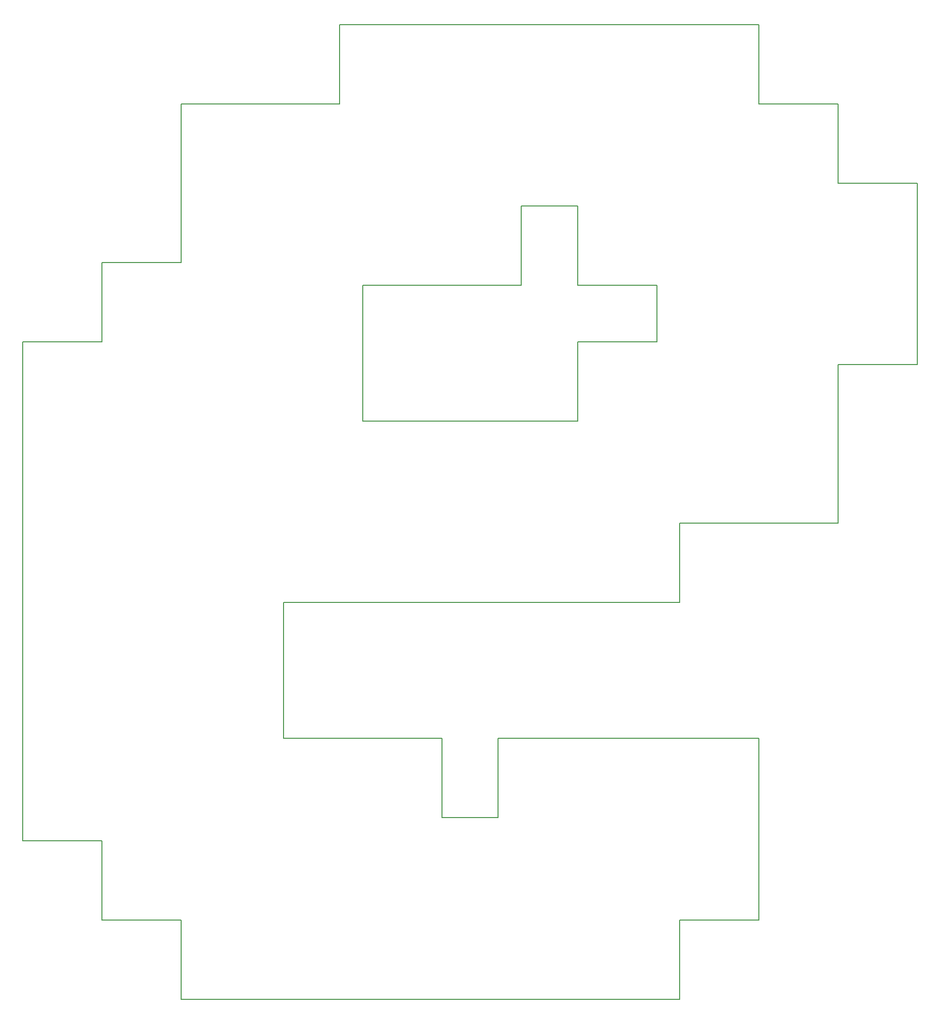
<source format=gbr>
G04 #@! TF.FileFunction,Profile,NP*
%FSLAX46Y46*%
G04 Gerber Fmt 4.6, Leading zero omitted, Abs format (unit mm)*
G04 Created by KiCad (PCBNEW 4.0.6) date Mon Jul 10 19:20:19 2017*
%MOMM*%
%LPD*%
G01*
G04 APERTURE LIST*
%ADD10C,0.100000*%
%ADD11C,0.150000*%
G04 APERTURE END LIST*
D10*
D11*
X83037800Y-48072200D02*
X85037800Y-48072200D01*
X83037800Y-48072200D02*
X83037800Y-50072200D01*
X87037800Y-48072200D02*
X96926700Y-48072200D01*
X96926700Y-48072200D02*
X98926700Y-48072200D01*
X85037800Y-48072200D02*
X87037800Y-48072200D01*
X100926700Y-48072200D02*
X110815600Y-48072200D01*
X110815600Y-48072200D02*
X112815600Y-48072200D01*
X98926700Y-48072200D02*
X100926700Y-48072200D01*
X114815600Y-48072200D02*
X124704400Y-48072200D01*
X124704400Y-48072200D02*
X126704400Y-48072200D01*
X112815600Y-48072200D02*
X114815600Y-48072200D01*
X128704400Y-48072200D02*
X138593300Y-48072200D01*
X138593300Y-48072200D02*
X140593300Y-48072200D01*
X126704400Y-48072200D02*
X128704400Y-48072200D01*
X142593300Y-48072200D02*
X152482200Y-48072200D01*
X152482200Y-48072200D02*
X154482200Y-48072200D01*
X140593300Y-48072200D02*
X142593300Y-48072200D01*
X156482200Y-48072200D02*
X156482200Y-50072200D01*
X154482200Y-48072200D02*
X156482200Y-48072200D01*
X55260000Y-61961100D02*
X57260000Y-61961100D01*
X55260000Y-61961100D02*
X55260000Y-63961100D01*
X59260000Y-61961100D02*
X69148900Y-61961100D01*
X69148900Y-61961100D02*
X71148900Y-61961100D01*
X57260000Y-61961100D02*
X59260000Y-61961100D01*
X83037800Y-50072200D02*
X83037800Y-52072200D01*
X73148900Y-61961100D02*
X83037800Y-61961100D01*
X71148900Y-61961100D02*
X73148900Y-61961100D01*
X83037800Y-52072200D02*
X83037800Y-61961100D01*
X156482200Y-50072200D02*
X156482200Y-52072200D01*
X156482200Y-52072200D02*
X156482200Y-61961100D01*
X156482200Y-61961100D02*
X166371100Y-61961100D01*
X166371100Y-61961100D02*
X168371100Y-61961100D01*
X170371100Y-61961100D02*
X170371100Y-63961100D01*
X168371100Y-61961100D02*
X170371100Y-61961100D01*
X55260000Y-63961100D02*
X55260000Y-65961100D01*
X55260000Y-75850000D02*
X55260000Y-77850000D01*
X55260000Y-65961100D02*
X55260000Y-75850000D01*
X170371100Y-63961100D02*
X170371100Y-65961100D01*
X170371100Y-65961100D02*
X170371100Y-75850000D01*
X170371100Y-75850000D02*
X180260000Y-75850000D01*
X180260000Y-75850000D02*
X182260000Y-75850000D01*
X184260000Y-75850000D02*
X184260000Y-77850000D01*
X182260000Y-75850000D02*
X184260000Y-75850000D01*
X41371100Y-89738900D02*
X43371100Y-89738900D01*
X41371100Y-89738900D02*
X41371100Y-91738900D01*
X55260000Y-77850000D02*
X55260000Y-79850000D01*
X45371100Y-89738900D02*
X55260000Y-89738900D01*
X43371100Y-89738900D02*
X45371100Y-89738900D01*
X55260000Y-79850000D02*
X55260000Y-89738900D01*
X124704400Y-89738900D02*
X124704400Y-91738900D01*
X114815600Y-89738900D02*
X114815600Y-91738900D01*
X114815600Y-79850000D02*
X124704400Y-79850000D01*
X124704400Y-79850000D02*
X124704400Y-89738900D01*
X114815600Y-79850000D02*
X114815600Y-89738900D01*
X184260000Y-77850000D02*
X184260000Y-79850000D01*
X184260000Y-79850000D02*
X184260000Y-89738900D01*
X184260000Y-89738900D02*
X184260000Y-91738900D01*
X27482200Y-103627800D02*
X29482200Y-103627800D01*
X27482200Y-103627800D02*
X27482200Y-105627800D01*
X41371100Y-91738900D02*
X41371100Y-93738900D01*
X31482200Y-103627800D02*
X41371100Y-103627800D01*
X29482200Y-103627800D02*
X31482200Y-103627800D01*
X41371100Y-93738900D02*
X41371100Y-103627800D01*
X87037800Y-93738900D02*
X96926700Y-93738900D01*
X96926700Y-93738900D02*
X98926700Y-93738900D01*
X87037800Y-93738900D02*
X87037800Y-103627800D01*
X87037800Y-103627800D02*
X87037800Y-105627800D01*
X100926700Y-93738900D02*
X110815600Y-93738900D01*
X110815600Y-93738900D02*
X112815600Y-93738900D01*
X98926700Y-93738900D02*
X100926700Y-93738900D01*
X114815600Y-91738900D02*
X114815600Y-93738900D01*
X124704400Y-91738900D02*
X124704400Y-93738900D01*
X124704400Y-93738900D02*
X126704400Y-93738900D01*
X124704400Y-103627800D02*
X126704400Y-103627800D01*
X124704400Y-103627800D02*
X124704400Y-105627800D01*
X112815600Y-93738900D02*
X114815600Y-93738900D01*
X126704400Y-103627800D02*
X128704400Y-103627800D01*
X126704400Y-93738900D02*
X128704400Y-93738900D01*
X128704400Y-93738900D02*
X138593300Y-93738900D01*
X138593300Y-93738900D02*
X138593300Y-103627800D01*
X128704400Y-103627800D02*
X138593300Y-103627800D01*
X184260000Y-91738900D02*
X184260000Y-93738900D01*
X184260000Y-93738900D02*
X184260000Y-103627800D01*
X184260000Y-103627800D02*
X184260000Y-105627800D01*
X27482200Y-105627800D02*
X27482200Y-107627800D01*
X27482200Y-117516700D02*
X27482200Y-119516700D01*
X27482200Y-107627800D02*
X27482200Y-117516700D01*
X87037800Y-105627800D02*
X87037800Y-107627800D01*
X87037800Y-107627800D02*
X87037800Y-117516700D01*
X87037800Y-117516700D02*
X96926700Y-117516700D01*
X96926700Y-117516700D02*
X98926700Y-117516700D01*
X100926700Y-117516700D02*
X110815600Y-117516700D01*
X110815600Y-117516700D02*
X112815600Y-117516700D01*
X98926700Y-117516700D02*
X100926700Y-117516700D01*
X124704400Y-105627800D02*
X124704400Y-107627800D01*
X114815600Y-117516700D02*
X124704400Y-117516700D01*
X112815600Y-117516700D02*
X114815600Y-117516700D01*
X124704400Y-107627800D02*
X124704400Y-117516700D01*
X170371100Y-107627800D02*
X180260000Y-107627800D01*
X180260000Y-107627800D02*
X182260000Y-107627800D01*
X170371100Y-107627800D02*
X170371100Y-117516700D01*
X170371100Y-117516700D02*
X170371100Y-119516700D01*
X184260000Y-105627800D02*
X184260000Y-107627800D01*
X182260000Y-107627800D02*
X184260000Y-107627800D01*
X27482200Y-119516700D02*
X27482200Y-121516700D01*
X27482200Y-131405600D02*
X27482200Y-133405600D01*
X27482200Y-121516700D02*
X27482200Y-131405600D01*
X170371100Y-119516700D02*
X170371100Y-121516700D01*
X170371100Y-121516700D02*
X170371100Y-131405600D01*
X170371100Y-131405600D02*
X170371100Y-133405600D01*
X27482200Y-133405600D02*
X27482200Y-135405600D01*
X27482200Y-145294400D02*
X27482200Y-147294400D01*
X27482200Y-135405600D02*
X27482200Y-145294400D01*
X142593300Y-135405600D02*
X152482200Y-135405600D01*
X152482200Y-135405600D02*
X154482200Y-135405600D01*
X142593300Y-135405600D02*
X142593300Y-145294400D01*
X142593300Y-145294400D02*
X142593300Y-147294400D01*
X156482200Y-135405600D02*
X166371100Y-135405600D01*
X166371100Y-135405600D02*
X168371100Y-135405600D01*
X154482200Y-135405600D02*
X156482200Y-135405600D01*
X170371100Y-133405600D02*
X170371100Y-135405600D01*
X168371100Y-135405600D02*
X170371100Y-135405600D01*
X27482200Y-147294400D02*
X27482200Y-149294400D01*
X27482200Y-159183300D02*
X27482200Y-161183300D01*
X27482200Y-149294400D02*
X27482200Y-159183300D01*
X73148900Y-149294400D02*
X83037800Y-149294400D01*
X83037800Y-149294400D02*
X85037800Y-149294400D01*
X73148900Y-149294400D02*
X73148900Y-159183300D01*
X73148900Y-159183300D02*
X73148900Y-161183300D01*
X87037800Y-149294400D02*
X96926700Y-149294400D01*
X96926700Y-149294400D02*
X98926700Y-149294400D01*
X85037800Y-149294400D02*
X87037800Y-149294400D01*
X100926700Y-149294400D02*
X110815600Y-149294400D01*
X110815600Y-149294400D02*
X112815600Y-149294400D01*
X98926700Y-149294400D02*
X100926700Y-149294400D01*
X114815600Y-149294400D02*
X124704400Y-149294400D01*
X124704400Y-149294400D02*
X126704400Y-149294400D01*
X112815600Y-149294400D02*
X114815600Y-149294400D01*
X128704400Y-149294400D02*
X138593300Y-149294400D01*
X138593300Y-149294400D02*
X140593300Y-149294400D01*
X126704400Y-149294400D02*
X128704400Y-149294400D01*
X142593300Y-147294400D02*
X142593300Y-149294400D01*
X140593300Y-149294400D02*
X142593300Y-149294400D01*
X27482200Y-161183300D02*
X27482200Y-163183300D01*
X27482200Y-173072200D02*
X27482200Y-175072200D01*
X27482200Y-163183300D02*
X27482200Y-173072200D01*
X73148900Y-161183300D02*
X73148900Y-163183300D01*
X73148900Y-163183300D02*
X73148900Y-173072200D01*
X73148900Y-173072200D02*
X83037800Y-173072200D01*
X83037800Y-173072200D02*
X85037800Y-173072200D01*
X87037800Y-173072200D02*
X96926700Y-173072200D01*
X96926700Y-173072200D02*
X98926700Y-173072200D01*
X85037800Y-173072200D02*
X87037800Y-173072200D01*
X110815600Y-173072200D02*
X112815600Y-173072200D01*
X110815600Y-173072200D02*
X110815600Y-175072200D01*
X100926700Y-173072200D02*
X100926700Y-175072200D01*
X98926700Y-173072200D02*
X100926700Y-173072200D01*
X114815600Y-173072200D02*
X124704400Y-173072200D01*
X124704400Y-173072200D02*
X126704400Y-173072200D01*
X112815600Y-173072200D02*
X114815600Y-173072200D01*
X128704400Y-173072200D02*
X138593300Y-173072200D01*
X138593300Y-173072200D02*
X140593300Y-173072200D01*
X126704400Y-173072200D02*
X128704400Y-173072200D01*
X142593300Y-173072200D02*
X152482200Y-173072200D01*
X152482200Y-173072200D02*
X154482200Y-173072200D01*
X140593300Y-173072200D02*
X142593300Y-173072200D01*
X156482200Y-173072200D02*
X156482200Y-175072200D01*
X154482200Y-173072200D02*
X156482200Y-173072200D01*
X27482200Y-175072200D02*
X27482200Y-177072200D01*
X27482200Y-186961100D02*
X27482200Y-188961100D01*
X27482200Y-177072200D02*
X27482200Y-186961100D01*
X100926700Y-175072200D02*
X100926700Y-177072200D01*
X110815600Y-175072200D02*
X110815600Y-177072200D01*
X110815600Y-177072200D02*
X110815600Y-186961100D01*
X100926700Y-186961100D02*
X110815600Y-186961100D01*
X100926700Y-177072200D02*
X100926700Y-186961100D01*
X156482200Y-175072200D02*
X156482200Y-177072200D01*
X156482200Y-177072200D02*
X156482200Y-186961100D01*
X156482200Y-186961100D02*
X156482200Y-188961100D01*
X27482200Y-188961100D02*
X27482200Y-190961100D01*
X27482200Y-190961100D02*
X29482200Y-190961100D01*
X31482200Y-190961100D02*
X41371100Y-190961100D01*
X41371100Y-190961100D02*
X41371100Y-200850000D01*
X41371100Y-200850000D02*
X41371100Y-202850000D01*
X29482200Y-190961100D02*
X31482200Y-190961100D01*
X156482200Y-188961100D02*
X156482200Y-190961100D01*
X156482200Y-190961100D02*
X156482200Y-200850000D01*
X156482200Y-200850000D02*
X156482200Y-202850000D01*
X41371100Y-202850000D02*
X41371100Y-204850000D01*
X41371100Y-204850000D02*
X43371100Y-204850000D01*
X45371100Y-204850000D02*
X55260000Y-204850000D01*
X55260000Y-204850000D02*
X55260000Y-214738900D01*
X55260000Y-214738900D02*
X55260000Y-216738900D01*
X43371100Y-204850000D02*
X45371100Y-204850000D01*
X142593300Y-204850000D02*
X152482200Y-204850000D01*
X152482200Y-204850000D02*
X154482200Y-204850000D01*
X142593300Y-204850000D02*
X142593300Y-214738900D01*
X142593300Y-214738900D02*
X142593300Y-216738900D01*
X156482200Y-202850000D02*
X156482200Y-204850000D01*
X154482200Y-204850000D02*
X156482200Y-204850000D01*
X55260000Y-216738900D02*
X55260000Y-218738900D01*
X55260000Y-218738900D02*
X57260000Y-218738900D01*
X59260000Y-218738900D02*
X69148900Y-218738900D01*
X69148900Y-218738900D02*
X71148900Y-218738900D01*
X57260000Y-218738900D02*
X59260000Y-218738900D01*
X73148900Y-218738900D02*
X83037800Y-218738900D01*
X83037800Y-218738900D02*
X85037800Y-218738900D01*
X71148900Y-218738900D02*
X73148900Y-218738900D01*
X87037800Y-218738900D02*
X96926700Y-218738900D01*
X96926700Y-218738900D02*
X98926700Y-218738900D01*
X85037800Y-218738900D02*
X87037800Y-218738900D01*
X100926700Y-218738900D02*
X110815600Y-218738900D01*
X110815600Y-218738900D02*
X112815600Y-218738900D01*
X98926700Y-218738900D02*
X100926700Y-218738900D01*
X114815600Y-218738900D02*
X124704400Y-218738900D01*
X124704400Y-218738900D02*
X126704400Y-218738900D01*
X112815600Y-218738900D02*
X114815600Y-218738900D01*
X128704400Y-218738900D02*
X138593300Y-218738900D01*
X138593300Y-218738900D02*
X140593300Y-218738900D01*
X126704400Y-218738900D02*
X128704400Y-218738900D01*
X142593300Y-216738900D02*
X142593300Y-218738900D01*
X140593300Y-218738900D02*
X142593300Y-218738900D01*
M02*

</source>
